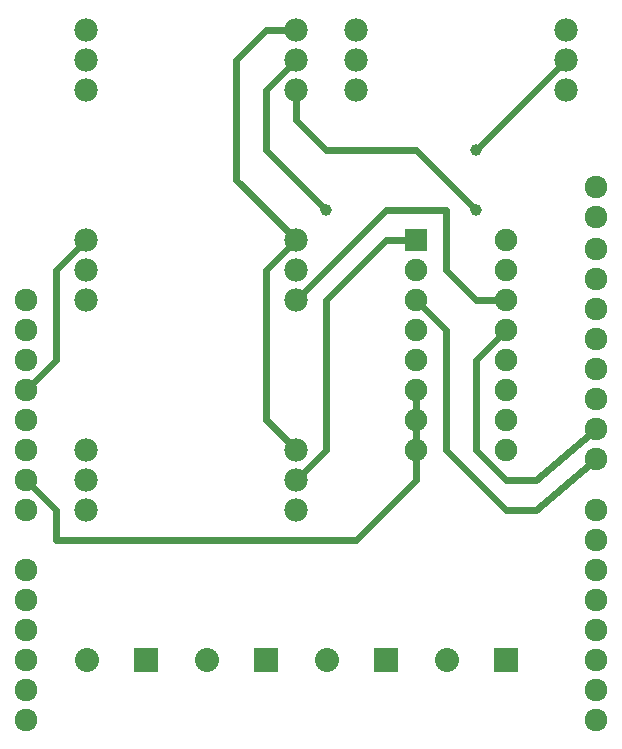
<source format=gtl>
G04 MADE WITH FRITZING*
G04 WWW.FRITZING.ORG*
G04 DOUBLE SIDED*
G04 HOLES PLATED*
G04 CONTOUR ON CENTER OF CONTOUR VECTOR*
%ASAXBY*%
%FSLAX23Y23*%
%MOIN*%
%OFA0B0*%
%SFA1.0B1.0*%
%ADD10C,0.075000*%
%ADD11C,0.078000*%
%ADD12C,0.080000*%
%ADD13C,0.039370*%
%ADD14C,0.075833*%
%ADD15R,0.075000X0.075000*%
%ADD16R,0.080000X0.080000*%
%ADD17C,0.024000*%
%LNCOPPER1*%
G90*
G70*
G54D10*
X1394Y1810D03*
X1694Y1810D03*
X1394Y1710D03*
X1694Y1710D03*
X1394Y1610D03*
X1694Y1610D03*
X1394Y1510D03*
X1694Y1510D03*
X1394Y1410D03*
X1694Y1410D03*
X1394Y1310D03*
X1694Y1310D03*
X1394Y1210D03*
X1694Y1210D03*
X1394Y1110D03*
X1694Y1110D03*
G54D11*
X1194Y2310D03*
X1194Y2410D03*
X1194Y2510D03*
X1894Y2310D03*
X1894Y2410D03*
X1894Y2510D03*
X294Y2310D03*
X294Y2410D03*
X294Y2510D03*
X994Y2310D03*
X994Y2410D03*
X994Y2510D03*
X294Y1610D03*
X294Y1710D03*
X294Y1810D03*
X994Y1610D03*
X994Y1710D03*
X994Y1810D03*
X294Y910D03*
X294Y1010D03*
X294Y1110D03*
X994Y910D03*
X994Y1010D03*
X994Y1110D03*
G54D12*
X1694Y410D03*
X1497Y410D03*
X1294Y410D03*
X1097Y410D03*
X894Y410D03*
X697Y410D03*
X494Y410D03*
X297Y410D03*
G54D13*
X1594Y1910D03*
X1594Y2110D03*
X1094Y1910D03*
G54D14*
X1994Y1987D03*
X1994Y1887D03*
X1994Y1780D03*
X1994Y1680D03*
X1994Y1580D03*
X1994Y1480D03*
X1994Y1380D03*
X1994Y1280D03*
X1994Y1180D03*
X1994Y1080D03*
X1994Y910D03*
X1994Y810D03*
X1994Y710D03*
X1994Y610D03*
X1994Y510D03*
X1994Y410D03*
X1994Y310D03*
X1994Y210D03*
X94Y1610D03*
X94Y1510D03*
X94Y1410D03*
X94Y1310D03*
X94Y1210D03*
X94Y1110D03*
X94Y1010D03*
X94Y910D03*
X94Y710D03*
X94Y610D03*
X94Y510D03*
X94Y410D03*
X94Y310D03*
X94Y210D03*
G54D15*
X1394Y1810D03*
G54D16*
X1694Y410D03*
X1294Y410D03*
X894Y410D03*
X494Y410D03*
G54D17*
X1394Y1181D02*
X1394Y1139D01*
D02*
X1394Y1281D02*
X1394Y1239D01*
D02*
X894Y2510D02*
X794Y2410D01*
D02*
X964Y2510D02*
X894Y2510D01*
D02*
X794Y2010D02*
X973Y1831D01*
D02*
X794Y2410D02*
X794Y2010D01*
D02*
X894Y1710D02*
X973Y1789D01*
D02*
X894Y1210D02*
X894Y1710D01*
D02*
X973Y1131D02*
X894Y1210D01*
D02*
X1594Y1610D02*
X1494Y1710D01*
D02*
X1494Y1710D02*
X1494Y1910D01*
D02*
X1665Y1610D02*
X1594Y1610D01*
D02*
X1294Y1910D02*
X1015Y1631D01*
D02*
X1494Y1910D02*
X1294Y1910D01*
D02*
X1494Y1110D02*
X1494Y1510D01*
D02*
X1494Y1510D02*
X1414Y1590D01*
D02*
X1694Y910D02*
X1494Y1110D01*
D02*
X1794Y910D02*
X1694Y910D01*
D02*
X1973Y1062D02*
X1794Y910D01*
D02*
X1694Y1010D02*
X1594Y1110D01*
D02*
X1594Y1410D02*
X1674Y1490D01*
D02*
X1594Y1110D02*
X1594Y1410D01*
D02*
X1794Y1010D02*
X1694Y1010D01*
D02*
X1973Y1162D02*
X1794Y1010D01*
D02*
X1094Y1610D02*
X1094Y1110D01*
D02*
X1094Y1110D02*
X1015Y1031D01*
D02*
X1294Y1810D02*
X1094Y1610D01*
D02*
X1365Y1810D02*
X1294Y1810D01*
D02*
X1394Y2110D02*
X1094Y2110D01*
D02*
X1581Y1924D02*
X1394Y2110D01*
D02*
X994Y2210D02*
X994Y2280D01*
D02*
X1094Y2110D02*
X994Y2210D01*
D02*
X1594Y2110D02*
X1873Y2389D01*
D02*
X1394Y1010D02*
X1194Y810D01*
D02*
X194Y810D02*
X194Y910D01*
D02*
X194Y910D02*
X114Y990D01*
D02*
X1194Y810D02*
X194Y810D01*
D02*
X1394Y1081D02*
X1394Y1010D01*
D02*
X1081Y1924D02*
X894Y2110D01*
D02*
X894Y2110D02*
X894Y2310D01*
D02*
X894Y2310D02*
X973Y2389D01*
D02*
X194Y1410D02*
X114Y1330D01*
D02*
X194Y1710D02*
X194Y1410D01*
D02*
X273Y1789D02*
X194Y1710D01*
G04 End of Copper1*
M02*
</source>
